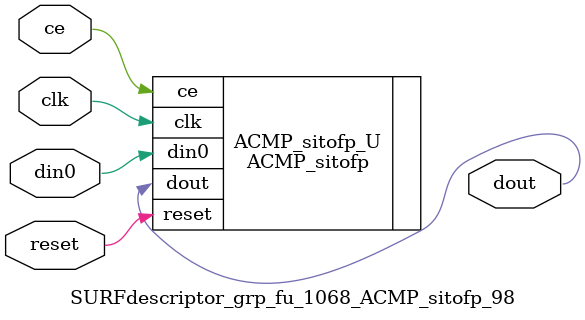
<source format=v>

`timescale 1 ns / 1 ps
module SURFdescriptor_grp_fu_1068_ACMP_sitofp_98(
    clk,
    reset,
    ce,
    din0,
    dout);

parameter ID = 32'd1;
parameter NUM_STAGE = 32'd1;
parameter din0_WIDTH = 32'd1;
parameter dout_WIDTH = 32'd1;
input clk;
input reset;
input ce;
input[din0_WIDTH - 1:0] din0;
output[dout_WIDTH - 1:0] dout;



ACMP_sitofp #(
.ID( ID ),
.NUM_STAGE( 4 ),
.din0_WIDTH( din0_WIDTH ),
.dout_WIDTH( dout_WIDTH ))
ACMP_sitofp_U(
    .clk( clk ),
    .reset( reset ),
    .ce( ce ),
    .din0( din0 ),
    .dout( dout ));

endmodule

</source>
